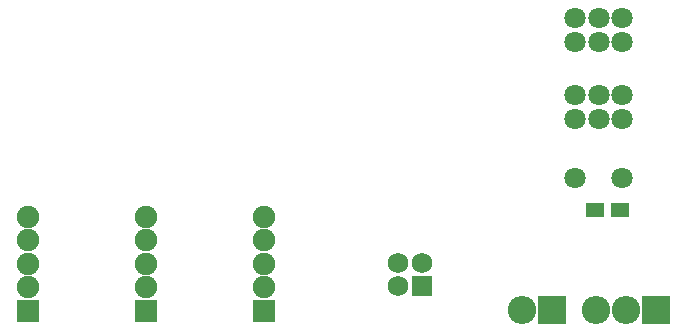
<source format=gbs>
G04 #@! TF.FileFunction,Soldermask,Bot*
%FSLAX46Y46*%
G04 Gerber Fmt 4.6, Leading zero omitted, Abs format (unit mm)*
G04 Created by KiCad (PCBNEW 4.0.4-1.fc24-product) date Fri Jan 12 12:09:15 2018*
%MOMM*%
%LPD*%
G01*
G04 APERTURE LIST*
%ADD10C,0.100000*%
%ADD11O,2.398980X2.398980*%
%ADD12R,2.398980X2.398980*%
%ADD13R,1.750000X1.750000*%
%ADD14C,1.750000*%
%ADD15R,1.900000X1.900000*%
%ADD16C,1.900000*%
%ADD17R,1.600000X1.300000*%
%ADD18C,1.800000*%
G04 APERTURE END LIST*
D10*
D11*
X172120000Y-107500000D03*
D12*
X177200000Y-107500000D03*
D11*
X174660000Y-107500000D03*
X165860000Y-107500000D03*
D12*
X168400000Y-107500000D03*
D13*
X157400000Y-105500000D03*
D14*
X155400000Y-105500000D03*
X157400000Y-103500000D03*
X155400000Y-103500000D03*
D15*
X144000000Y-107600000D03*
D16*
X144000000Y-105600000D03*
X144000000Y-103600000D03*
X144000000Y-101600000D03*
X144000000Y-99600000D03*
D15*
X134000000Y-107600000D03*
D16*
X134000000Y-105600000D03*
X134000000Y-103600000D03*
X134000000Y-101600000D03*
X134000000Y-99600000D03*
D15*
X124000000Y-107600000D03*
D16*
X124000000Y-105600000D03*
X124000000Y-103600000D03*
X124000000Y-101600000D03*
X124000000Y-99600000D03*
D17*
X172000000Y-99000000D03*
X174200000Y-99000000D03*
D18*
X170350000Y-82800000D03*
X172350000Y-82800000D03*
X174350000Y-96300000D03*
X174350000Y-82800000D03*
X172350000Y-91300000D03*
X170350000Y-96300000D03*
X174350000Y-84800000D03*
X172350000Y-84800000D03*
X170350000Y-84800000D03*
X174350000Y-89300000D03*
X172350000Y-89300000D03*
X170350000Y-89300000D03*
X174350000Y-91300000D03*
X170350000Y-91300000D03*
M02*

</source>
